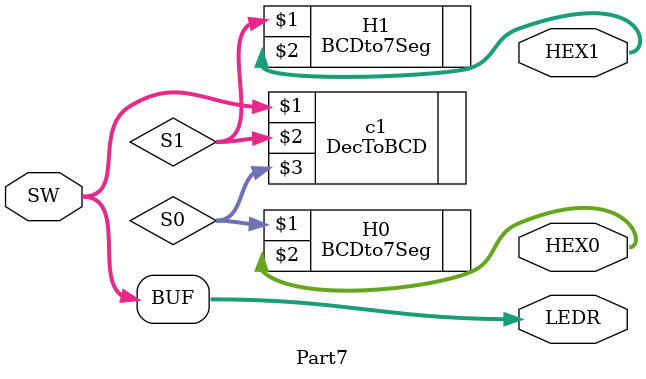
<source format=v>

module Part7(SW, LEDR, HEX0, HEX1);
	input [5:0]SW; 		// input
	output [5:0]LEDR;		// outputs
	output [0:6]HEX0;
	output [0:6]HEX1;
	
	wire [3:0]S0;			// wires for output to hex displays
	wire [3:0]S1;
	
	assign LEDR = SW;		// assign LEDR
	
	DecToBCD c1(SW[5:0], S1, S0);		// convert the binary to BCD
	
	BCDto7Seg H0(S0, HEX0);		// Display outputs
	BCDto7Seg H1(S1, HEX1);

endmodule
</source>
